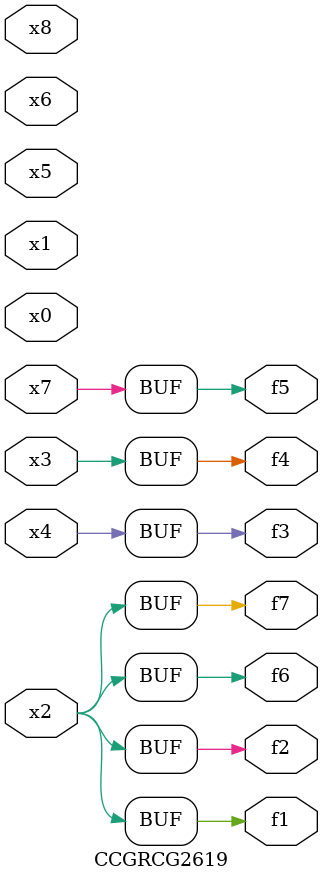
<source format=v>
module CCGRCG2619(
	input x0, x1, x2, x3, x4, x5, x6, x7, x8,
	output f1, f2, f3, f4, f5, f6, f7
);
	assign f1 = x2;
	assign f2 = x2;
	assign f3 = x4;
	assign f4 = x3;
	assign f5 = x7;
	assign f6 = x2;
	assign f7 = x2;
endmodule

</source>
